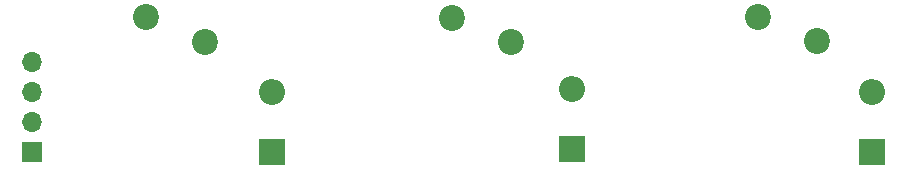
<source format=gbr>
%TF.GenerationSoftware,KiCad,Pcbnew,(7.0.0)*%
%TF.CreationDate,2023-05-23T21:52:26+07:00*%
%TF.ProjectId,bottom_keyboard_pcb,626f7474-6f6d-45f6-9b65-79626f617264,rev?*%
%TF.SameCoordinates,Original*%
%TF.FileFunction,Copper,L1,Top*%
%TF.FilePolarity,Positive*%
%FSLAX46Y46*%
G04 Gerber Fmt 4.6, Leading zero omitted, Abs format (unit mm)*
G04 Created by KiCad (PCBNEW (7.0.0)) date 2023-05-23 21:52:26*
%MOMM*%
%LPD*%
G01*
G04 APERTURE LIST*
%TA.AperFunction,ComponentPad*%
%ADD10C,2.200000*%
%TD*%
%TA.AperFunction,ComponentPad*%
%ADD11R,2.200000X2.200000*%
%TD*%
%TA.AperFunction,ComponentPad*%
%ADD12O,2.200000X2.200000*%
%TD*%
%TA.AperFunction,ComponentPad*%
%ADD13R,1.700000X1.700000*%
%TD*%
%TA.AperFunction,ComponentPad*%
%ADD14O,1.700000X1.700000*%
%TD*%
G04 APERTURE END LIST*
D10*
%TO.P,SW3,1,A*%
%TO.N,/MATRIX_O1*%
X165605515Y-91408023D03*
%TO.P,SW3,2,B*%
%TO.N,Net-(D2-A)*%
X170605515Y-93508023D03*
%TD*%
%TO.P,SW2,1,A*%
%TO.N,/MATRIX_O1*%
X113795261Y-91442103D03*
%TO.P,SW2,2,B*%
%TO.N,Net-(D1-A)*%
X118795261Y-93542103D03*
%TD*%
%TO.P,SW1,1,A*%
%TO.N,/MATRIX_O1*%
X139740000Y-91500000D03*
%TO.P,SW1,2,B*%
%TO.N,Net-(D3-A)*%
X144740000Y-93600000D03*
%TD*%
D11*
%TO.P,D3,1,K*%
%TO.N,Net-(D3-K)*%
X149859999Y-102652182D03*
D12*
%TO.P,D3,2,A*%
%TO.N,Net-(D3-A)*%
X149859999Y-97572182D03*
%TD*%
D11*
%TO.P,D2,1,K*%
%TO.N,Net-(D2-K)*%
X175259999Y-102869999D03*
D12*
%TO.P,D2,2,A*%
%TO.N,Net-(D2-A)*%
X175259999Y-97789999D03*
%TD*%
D13*
%TO.P,J1,1,Pin_1*%
%TO.N,Net-(D2-K)*%
X104139999Y-102859999D03*
D14*
%TO.P,J1,2,Pin_2*%
%TO.N,Net-(D1-K)*%
X104139999Y-100319999D03*
%TO.P,J1,3,Pin_3*%
%TO.N,Net-(D3-K)*%
X104139999Y-97779999D03*
%TO.P,J1,4,Pin_4*%
%TO.N,/MATRIX_O1*%
X104139999Y-95239999D03*
%TD*%
D11*
%TO.P,D1,1,K*%
%TO.N,Net-(D1-K)*%
X124459999Y-102869999D03*
D12*
%TO.P,D1,2,A*%
%TO.N,Net-(D1-A)*%
X124459999Y-97789999D03*
%TD*%
M02*

</source>
